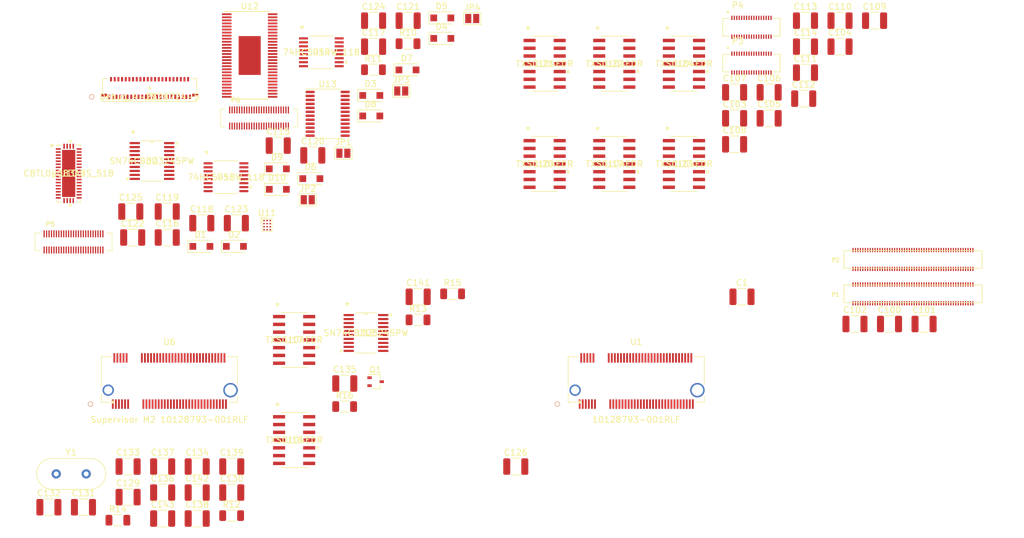
<source format=kicad_pcb>
(kicad_pcb (version 20211014) (generator pcbnew)
  (layers (0 "F.Cu" signal) (31 "B.Cu" signal) (34 "B.Paste" user) (35 "F.Paste" user) (36 "B.SilkS" user "B.Silkscreen") (37 "F.SilkS" user "F.Silkscreen") (38 "B.Mask" user) (39 "F.Mask" user) (44 "Edge.Cuts" user))
  (net 0 "")
  (net 1 "+3.3V")
  (net 2 "GND")
  (net 3 "Net-(P1-Pad62)")
  (net 4 "Net-(P1-Pad55)")
  (net 5 "+1V8")
  (net 6 "Net-(C116-Pad2)")
  (net 7 "/Expander, M.2 and T-USB/M.2 Key B connector/PCIE_CLGEN_X2")
  (net 8 "Net-(C135-Pad1)")
  (net 9 "/Expander, M.2 and T-USB/M.2 Key B connector/PCIE_CLGEN_X1")
  (net 10 "+VDC")
  (net 11 "Net-(P6-Pad48)")
  (net 12 "Net-(P6-Pad45)")
  (net 13 "Net-(P6-Pad42)")
  (net 14 "Net-(P6-Pad39)")
  (net 15 "Net-(P6-Pad36)")
  (net 16 "Net-(P6-Pad26)")
  (net 17 "Net-(P6-Pad1)")
  (net 18 "Net-(P5-Pad15)")
  (net 19 "Net-(P5-Pad1)")
  (net 20 "Net-(P5-Pad26)")
  (net 27 "/Expander, M.2 and T-USB/SJTAG_TDI")
  (net 28 "/Expander, M.2 and T-USB/SJTAG_TMS")
  (net 29 "/Expander, M.2 and T-USB/SJTAG_TCK")
  (net 31 "/Expander, M.2 and T-USB/SJTAG_TDO")
  (net 32 "/Expander, M.2 and T-USB/SYS_RST_PMIC")
  (net 33 "/Expander, M.2 and T-USB/PWRBTN")
  (net 35 "/Expander, M.2 and T-USB/ALT_BOOT")
  (net 49 "/Expander, M.2 and T-USB/LEFT_ATT_XSHUT")
  (net 50 "/Expander, M.2 and T-USB/LEFT_RESET")
  (net 51 "/Expander, M.2 and T-USB/LEFT_PWRDN")
  (net 55 "/Expander, M.2 and T-USB/RIGHT_ATT_XSHUT")
  (net 56 "/Expander, M.2 and T-USB/RIGHT_RESET")
  (net 57 "/Expander, M.2 and T-USB/RIGHT_PWRDN")
  (net 58 "/Expander, M.2 and T-USB/SYS_I2C_SCL")
  (net 59 "/Expander, M.2 and T-USB/SYS_I2C_SDA")
  (net 60 "/Expander, M.2 and T-USB/STEM_I2C_SCL")
  (net 61 "/Expander, M.2 and T-USB/STEM_I2C_SDA")
  (net 63 "/Expander, M.2 and T-USB/FACE_TDO")
  (net 65 "/Expander, M.2 and T-USB/FACE_TDI")
  (net 66 "/Expander, M.2 and T-USB/FACE_TMS")
  (net 67 "/Expander, M.2 and T-USB/FACE_TCK")
  (net 69 "/SYS_RST_PMIC")
  (net 70 "/USB2_DP")
  (net 71 "/USB2_DN")
  (net 72 "/USB1_RX_P")
  (net 73 "/USB2_RX_P")
  (net 74 "/USB1_RX_N")
  (net 75 "/USB2_RX_N")
  (net 76 "/USB1_DP")
  (net 77 "/USB2_TX_P")
  (net 78 "/USB1_DN")
  (net 79 "/USB2_TX_N")
  (net 80 "/USB1_TX_P")
  (net 82 "/USB1_TX_N")
  (net 83 "/UART1_RXD")
  (net 85 "/P1_HDMI_TXCP")
  (net 87 "/P1_HDMI_TXCN")
  (net 88 "/P1_SAI5_RXD3")
  (net 89 "/P1_SAI5_RXD0")
  (net 90 "/P1_HDMI_TX0P")
  (net 91 "/P1_SAI5_MCLK")
  (net 92 "/P1_HDMI_TX0N")
  (net 93 "/P1_SAI5_RXC")
  (net 95 "/P1_SAI5_RXFS")
  (net 96 "/P1_EARC_N_HPD")
  (net 97 "/P1_SAI5_RXD2")
  (net 98 "/P1_EARC_P_UTIL")
  (net 99 "/P1_SAI5_RXD1")
  (net 100 "/P1_HDMI_TX1P")
  (net 101 "/P1_HDMI_TX1N")
  (net 102 "/LVDS_D0+")
  (net 103 "/LVDS_D0-")
  (net 104 "/P1_HDMI_TX2P")
  (net 105 "/LVDS_D1+")
  (net 106 "/P1_HDMI_TX2N")
  (net 107 "/LVDS_D1-")
  (net 109 "/LVDS_D2+")
  (net 110 "/CAN1_RX")
  (net 111 "/LVDS_D2-")
  (net 112 "/CAN1_TX")
  (net 113 "/LVDS_D3+")
  (net 114 "/LVDS_D3-")
  (net 115 "/SOUND_INT")
  (net 116 "/SYS_EX_nINT")
  (net 117 "/UART1_TXD")
  (net 118 "/P1_HDMI_SDA")
  (net 119 "/JTAG_TMS")
  (net 120 "/PMIC_STBY_REQ")
  (net 121 "/JTAG_TDO")
  (net 122 "/PMIC_ON_REQ")
  (net 123 "/HDMI_DDC_SCL")
  (net 124 "/JTAG_TDI")
  (net 125 "/JTAG_TCK")
  (net 126 "/JTAG_MOD")
  (net 129 "/LVDS_CLK+")
  (net 131 "/LVDS_CLK-")
  (net 132 "/P1_HDMI_CEC")
  (net 133 "/NIGHT_I2C_SCL")
  (net 134 "/NIGHT_I2C_SDA")
  (net 135 "/ALT_BOOT")
  (net 136 "/STEM_I2C_SDA")
  (net 137 "/HDMI_HPD")
  (net 138 "/VCC_RTC")
  (net 139 "/STEM_I2C_SCL")
  (net 141 "/I2C5_SDA")
  (net 142 "/SYS_I2C_SDA")
  (net 143 "/STEM_INT")
  (net 144 "/SYS_I2C_SCL")
  (net 145 "/I2C5_SCL")
  (net 147 "/CSI1_CLK_N")
  (net 149 "/CSI1_CLK_P")
  (net 151 "/CSI1_D0_N")
  (net 153 "/CSI1_D0_P")
  (net 155 "/CSI2_CLK_N")
  (net 157 "/CSI2_CLK_P")
  (net 160 "/CSI2_D0_N")
  (net 161 "/CSI2_D0_P")
  (net 164 "/CSI2_D1_N")
  (net 165 "/P2_CSI1_D2_N")
  (net 166 "/CSI2_D1_P")
  (net 167 "/P2_CSI1_D2_P")
  (net 168 "/PCIE_RXN-")
  (net 169 "/P2_CSI1_D1_N")
  (net 170 "/PCIE_RXN+")
  (net 171 "/P2_CSI1_D1_P")
  (net 172 "/P2_CSI1_D3_N")
  (net 173 "/PCIE_TXN-")
  (net 174 "/P2_CSI1_D3_P")
  (net 175 "/PCIE_TXN+")
  (net 176 "/SD1_DATA2")
  (net 177 "/PCIE_REF_CLK+")
  (net 178 "/SD1_DATA3")
  (net 179 "/PCIE_REF_CLK-")
  (net 180 "/OE_SOUND")
  (net 181 "/OE_CAM")
  (net 182 "/CSI2_D2_N")
  (net 183 "/SPARE2_20")
  (net 184 "/CSI2_D2_P")
  (net 185 "/SD2_nRST")
  (net 186 "/PCIE_WAKE_B")
  (net 187 "/P2_SAI5_TXFS")
  (net 188 "/P2_SAI5_TXC")
  (net 189 "/CSI2_D3_N")
  (net 190 "/CSI2_D3_P")
  (net 191 "/SD1_DATA1")
  (net 192 "/SAI5_TX_DATA0")
  (net 193 "/SD1_DATA0")
  (net 194 "/SD1_RESET_B")
  (net 195 "/P2_SAI5_DATA2")
  (net 196 "/PWRBTN")
  (net 197 "/P2_SAI5_DATA3")
  (net 198 "/POR_B_3P3")
  (net 199 "/MCU_SYS_INT")
  (net 200 "/SD1_CLK")
  (net 201 "/SYS_PRG#")
  (net 202 "/SD1_CMD")
  (net 203 "/ETH0_MDI0N")
  (net 204 "/ETH0_MDI0P")
  (net 205 "/ETH0_LED_1000")
  (net 206 "/SAI5_TX_DATA1")
  (net 207 "/ENET_TD2_BYPASS")
  (net 208 "/ETH0_MDI1P")
  (net 209 "/ETH0_MDI2P")
  (net 210 "/ETH0_MDI1N")
  (net 211 "/ETH0_MDI2N")
  (net 212 "/ETH0_LED_ACT")
  (net 213 "/ETH0_MDI3P")
  (net 214 "/ETH0_MDI3N")
  (net 215 "/ETH0_LINK_LED")
  (net 216 "/COEX")
  (net 217 "/SPI2_MISO")
  (net 218 "/M2_PCIE_CLKREQ")
  (net 219 "/SPI2_SS0")
  (net 220 "/SD2_nCD")
  (net 221 "/SPI2_CLK")
  (net 222 "/SD2_DATA2")
  (net 223 "/SPI2_MOSI")
  (net 224 "/SD2_CLK")
  (net 225 "/SD2_DATA0")
  (net 226 "/SD2_DATA3")
  (net 227 "/SD2_DATA1")
  (net 228 "/SD2_CMD")
  (net 230 "+2V8")
  (net 235 "Net-(P3-Pad9)")
  (net 236 "Net-(P3-Pad10)")
  (net 238 "Net-(P3-Pad12)")
  (net 239 "Net-(P3-Pad13)")
  (net 240 "/Camera + Sound Domain/I2S_1V8_RXC")
  (net 241 "/Camera + Sound Domain/I2S_1V8_RXFS")
  (net 242 "/Camera + Sound Domain/I2S_1V8_RXD1")
  (net 244 "/Camera + Sound Domain/CSI1_CLK_N")
  (net 245 "/Camera + Sound Domain/CSI1_CLK_P")
  (net 246 "/Camera + Sound Domain/CSI1_D2_N")
  (net 247 "/Camera + Sound Domain/CSI1_D2_P")
  (net 248 "/Camera + Sound Domain/CSI1_D1_N")
  (net 249 "/Camera + Sound Domain/CSI1_D1_P")
  (net 250 "/Camera + Sound Domain/CSI1_D0_N")
  (net 251 "/Camera + Sound Domain/CSI1_D0_P")
  (net 254 "Net-(P3-Pad32)")
  (net 255 "Net-(P3-Pad33)")
  (net 261 "Net-(P4-Pad9)")
  (net 262 "Net-(P4-Pad10)")
  (net 264 "Net-(P4-Pad12)")
  (net 265 "Net-(P4-Pad13)")
  (net 267 "/Camera + Sound Domain/CSI2_CLK_N")
  (net 268 "/Camera + Sound Domain/CSI2_CLK_P")
  (net 269 "/Camera + Sound Domain/CSI2_D2_N")
  (net 270 "/Camera + Sound Domain/CSI2_D2_P")
  (net 271 "/Camera + Sound Domain/CSI2_D1_N")
  (net 272 "/Camera + Sound Domain/CSI2_D1_P")
  (net 273 "/Camera + Sound Domain/CSI2_D0_N")
  (net 274 "/Camera + Sound Domain/CSI2_D0_P")
  (net 277 "Net-(P4-Pad32)")
  (net 278 "Net-(P4-Pad33)")
  (net 279 "/Expander, M.2 and T-USB/USB1_DP")
  (net 280 "/Expander, M.2 and T-USB/USB1_DN")
  (net 281 "Net-(P5-Pad6)")
  (net 282 "Net-(P5-Pad7)")
  (net 286 "/Expander, M.2 and T-USB/MCU_SYS_INT")
  (net 287 "/Expander, M.2 and T-USB/POR_B_3P3")
  (net 288 "/Expander, M.2 and T-USB/PMIC_ON_REQ")
  (net 289 "/Expander, M.2 and T-USB/PMIC_STBY_REQ")
  (net 290 "/Expander, M.2 and T-USB/VCC_RTC")
  (net 297 "/Expander, M.2 and T-USB/SPI2_MOSI")
  (net 298 "/Expander, M.2 and T-USB/SPI2_MISO")
  (net 299 "/Expander, M.2 and T-USB/SPI2_CLK")
  (net 300 "/Expander, M.2 and T-USB/T-USB_SPI_CS")
  (net 302 "/Expander, M.2 and T-USB/NIGHT_I2C_SDA")
  (net 303 "/Expander, M.2 and T-USB/NIGHT_I2C_SCL")
  (net 308 "/Expander, M.2 and T-USB/UART4_TXD")
  (net 309 "/Expander, M.2 and T-USB/UART4_RXD")
  (net 310 "/Expander, M.2 and T-USB/UART3_RXD")
  (net 311 "/Expander, M.2 and T-USB/UART3_TXD")
  (net 312 "/Expander, M.2 and T-USB/UART2_RXD")
  (net 313 "/Expander, M.2 and T-USB/FACE-EX_FW_RXD")
  (net 314 "/Expander, M.2 and T-USB/UART1_TXD")
  (net 316 "/Expander, M.2 and T-USB/USB1_RX_DP")
  (net 317 "/Expander, M.2 and T-USB/USB1_RX_DN")
  (net 318 "/Expander, M.2 and T-USB/USB1_TX_DP")
  (net 319 "/Expander, M.2 and T-USB/USB1_TX_DN")
  (net 320 "Net-(P6-Pad8)")
  (net 321 "Net-(P6-Pad9)")
  (net 322 "Net-(P6-Pad11)")
  (net 323 "Net-(P6-Pad12)")
  (net 327 "/Expander, M.2 and T-USB/FACE-EX_FW_TXD")
  (net 328 "/Expander, M.2 and T-USB/T_SBWTCK")
  (net 330 "/Expander, M.2 and T-USB/T_SBWTDIO")
  (net 333 "/Expander, M.2 and T-USB/T-USB-EX_FW_TXD")
  (net 334 "/Expander, M.2 and T-USB/T-USB-EX_FW_RXD")
  (net 337 "/Expander, M.2 and T-USB/CAN_TX")
  (net 338 "/Expander, M.2 and T-USB/CAN_RX")
  (net 341 "/Expander, M.2 and T-USB/LVD3-")
  (net 342 "/Expander, M.2 and T-USB/LVD3+")
  (net 343 "/Expander, M.2 and T-USB/LVD2-")
  (net 344 "/Expander, M.2 and T-USB/LVD2+")
  (net 345 "/Expander, M.2 and T-USB/LVD1-")
  (net 346 "/Expander, M.2 and T-USB/LVD1+")
  (net 347 "/Expander, M.2 and T-USB/LVD0-")
  (net 348 "/Expander, M.2 and T-USB/LVD0+")
  (net 349 "/Expander, M.2 and T-USB/LVCLK-")
  (net 350 "/Expander, M.2 and T-USB/LVCLK+")
  (net 351 "Net-(Q1-Pad1)")
  (net 352 "/Expander, M.2 and T-USB/SYS_EX_nINT")
  (net 353 "Net-(U10-Pad19)")
  (net 354 "Net-(R12-Pad1)")
  (net 355 "/Expander, M.2 and T-USB/M.2 Key B connector/B_PWROFF")
  (net 356 "/Expander, M.2 and T-USB/M.2 Key B connector/B_RESET")
  (net 412 "/Expander, M.2 and T-USB/F_SBWTCK")
  (net 413 "/Expander, M.2 and T-USB/F_SBWTDIO")
  (net 414 "/Expander, M.2 and T-USB/F_EX_FW_RXD")
  (net 415 "/Expander, M.2 and T-USB/F_EX_FW_TXD")
  (net 416 "/Expander, M.2 and T-USB/T_EX_FW_RXD")
  (net 417 "/Expander, M.2 and T-USB/T_EX_FW_TXD")
  (net 418 "/Expander, M.2 and T-USB/SYS_PRG#")
  (net 419 "/Expander, M.2 and T-USB/M.2 Key B connector/CONFIG_3")
  (net 421 "/Expander, M.2 and T-USB/M.2 Key B connector/B_USB_D+")
  (net 422 "/Expander, M.2 and T-USB/M.2 Key B connector/B_USB_D-")
  (net 423 "/Expander, M.2 and T-USB/M.2 Key B connector/I2S_1V8_TXC")
  (net 425 "/Expander, M.2 and T-USB/M.2 Key B connector/I2S_1V8_TXFS")
  (net 426 "/Expander, M.2 and T-USB/M.2 Key B connector/CONFIG_0")
  (net 427 "/Expander, M.2 and T-USB/M.2 Key B connector/I2S_1V8_TXD0")
  (net 429 "/Expander, M.2 and T-USB/M.2 Key B connector/I2S_1V8_RXFS")
  (net 432 "/Expander, M.2 and T-USB/M.2 Key B connector/I2S_1V8_RXD0")
  (net 433 "/Expander, M.2 and T-USB/M.2 Key B connector/B_USB3.1_Rx-")
  (net 435 "/Expander, M.2 and T-USB/M.2 Key B connector/B_USB3.1_Rx+")
  (net 438 "/Expander, M.2 and T-USB/M.2 Key B connector/B_USB3.1_Tx-")
  (net 440 "/Expander, M.2 and T-USB/M.2 Key B connector/B_USB3.1_Tx+")
  (net 442 "Net-(U17-Pad10)")
  (net 443 "/Expander, M.2 and T-USB/M.2 Key B connector/PCIE_RXN-")
  (net 444 "Net-(U17-Pad11)")
  (net 445 "/Expander, M.2 and T-USB/M.2 Key B connector/PCIE_RXN+")
  (net 446 "Net-(U17-Pad12)")
  (net 447 "Net-(U17-Pad13)")
  (net 448 "/Expander, M.2 and T-USB/M.2 Key B connector/PCIE_TXN-")
  (net 449 "Net-(U16-Pad10)")
  (net 450 "/Expander, M.2 and T-USB/M.2 Key B connector/PCIE_TXN+")
  (net 451 "/Expander, M.2 and T-USB/M.2 Key B connector/B_PERST")
  (net 452 "/Expander, M.2 and T-USB/M.2 Key B connector/PCIE_CLKREQ_B")
  (net 453 "/Expander, M.2 and T-USB/M.2 Key B connector/PCIE_REF_CLK-")
  (net 454 "/Expander, M.2 and T-USB/M.2 Key B connector/PCIE_WAKE_B")
  (net 455 "/Expander, M.2 and T-USB/M.2 Key B connector/PCIE_REF_CLK+")
  (net 456 "Net-(U18-Pad11)")
  (net 457 "Net-(U18-Pad12)")
  (net 458 "Net-(U18-Pad18)")
  (net 459 "Net-(U16-Pad11)")
  (net 460 "Net-(U18-Pad17)")
  (net 461 "Net-(U16-Pad12)")
  (net 462 "Net-(U18-Pad16)")
  (net 463 "Net-(U16-Pad13)")
  (net 464 "Net-(U18-Pad15)")
  (net 465 "Net-(U18-Pad13)")
  (net 466 "Net-(U18-Pad14)")
  (net 467 "/Expander, M.2 and T-USB/M.2 Key B connector/CONFIG_1")
  (net 470 "/Expander, M.2 and T-USB/M.2 Key B connector/CONFIG_2")
  (net 471 "/Expander, M.2 and T-USB/USB2_RX_DP")
  (net 472 "/Expander, M.2 and T-USB/USB2_RX_DN")
  (net 473 "/Expander, M.2 and T-USB/USB2_TX_DP")
  (net 474 "/Expander, M.2 and T-USB/USB2_TX_DN")
  (net 475 "/Expander, M.2 and T-USB/M2B_USB_MUX")
  (net 490 "/Expander, M.2 and T-USB/B_USB2_TX_DN")
  (net 491 "/Expander, M.2 and T-USB/B_USB2_TX_DP")
  (net 492 "/Expander, M.2 and T-USB/B_USB2_RX_DN")
  (net 493 "/Expander, M.2 and T-USB/B_USB2_RX_DP")
  (net 494 "Net-(U11-PadA1)")
  (net 495 "/Expander, M.2 and T-USB/USB2_DP")
  (net 496 "/Expander, M.2 and T-USB/USB2_DN")
  (net 497 "/Expander, M.2 and T-USB/B_USB_D+")
  (net 498 "/Expander, M.2 and T-USB/B_USB_D-")
  (net 516 "/Expander, M.2 and T-USB/SPI2_SS0")
  (net 517 "/Expander, M.2 and T-USB/SD2_nCD")
  (net 519 "/Expander, M.2 and T-USB/IMU_INTA")
  (net 520 "/Expander, M.2 and T-USB/IMU_INTM")
  (net 521 "/Expander, M.2 and T-USB/B_RESET")
  (net 522 "/Expander, M.2 and T-USB/B_PWROFF")
  (net 523 "/Expander, M.2 and T-USB/GNSS_IRQ_3V3")
  (net 524 "/Expander, M.2 and T-USB/CONFIG_3")
  (net 525 "/Expander, M.2 and T-USB/CONFIG_2")
  (net 526 "/Expander, M.2 and T-USB/CONFIG_1")
  (net 529 "Net-(U12-Pad51)")
  (net 530 "Net-(U12-Pad52)")
  (net 531 "Net-(U12-Pad53)")
  (net 532 "Net-(U12-Pad54)")
  (net 533 "Net-(U12-Pad55)")
  (net 537 "/Expander, M.2 and T-USB/B_PERST")
  (net 542 "/Expander, M.2 and T-USB/LVDS_DISP_RESET")
  (net 543 "/Expander, M.2 and T-USB/LVDS_TOUCH_RESET")
  (net 544 "/Expander, M.2 and T-USB/LEFT_ATT_INT")
  (net 545 "/Expander, M.2 and T-USB/RIGHT_ATT_INT")
  (net 547 "Net-(U14-Pad9)")
  (net 549 "/Expander, M.2 and T-USB/B_OE_STEM")
  (net 550 "/Expander, M.2 and T-USB/B_OE_SDIO")
  (net 551 "/Expander, M.2 and T-USB/B_OE_UART")
  (net 552 "/Expander, M.2 and T-USB/LED_SHUTDOWN")
  (net 555 "/Expander, M.2 and T-USB/M.2 Key B connector/M2B_UART_RXD")
  (net 556 "/Expander, M.2 and T-USB/M.2 Key B connector/M2B_UART_TXD")
  (net 557 "/Expander, M.2 and T-USB/M.2 Key B connector/COEX")
  (net 560 "/Expander, M.2 and T-USB/M.2 Key B connector/B_OE_UART")
  (net 563 "/Expander, M.2 and T-USB/M.2 Key B connector/GNSS_IRQ_3V3")
  (net 564 "/Expander, M.2 and T-USB/M.2 Key B connector/STEM_I2C_SDA")
  (net 565 "/Expander, M.2 and T-USB/M.2 Key B connector/STEM_I2C_SCL")
  (net 567 "/Expander, M.2 and T-USB/M.2 Key B connector/B_OE_STEM")
  (net 570 "/Expander, M.2 and T-USB/M.2 Key B connector/B_SD_DATA0")
  (net 571 "/Expander, M.2 and T-USB/M.2 Key B connector/B_SD_DATA1")
  (net 572 "/Expander, M.2 and T-USB/M.2 Key B connector/B_SD_DATA2")
  (net 573 "/Expander, M.2 and T-USB/M.2 Key B connector/B_SD_DATA3")
  (net 574 "/Expander, M.2 and T-USB/M.2 Key B connector/B_SD_CLK")
  (net 575 "/Expander, M.2 and T-USB/M.2 Key B connector/B_SD_CMD")
  (net 576 "/Expander, M.2 and T-USB/M.2 Key B connector/SYS_I2C_SCL")
  (net 577 "/Expander, M.2 and T-USB/M.2 Key B connector/SYS_I2C_SDA")
  (net 578 "/Expander, M.2 and T-USB/M.2 Key B connector/B_OE_SDIO")
  (net 579 "/Camera + Sound Domain/SAI5_RX_DATA3")
  (net 580 "/Camera + Sound Domain/SAI5_RX_DATA0")
  (net 581 "/Camera + Sound Domain/SAI5_RX_SYNC")
  (net 582 "/Camera + Sound Domain/SAI5_RXC")
  (net 584 "/Camera + Sound Domain/OE_SOUND")
  (net 586 "/Camera + Sound Domain/I2S_1V8_RXD3")
  (net 587 "/Camera + Sound Domain/SAI5_TX_DATA3")
  (net 588 "/Camera + Sound Domain/SAI5_TX_DATA1")
  (net 589 "/Camera + Sound Domain/SAI5_TX_SYNC")
  (net 590 "/Camera + Sound Domain/SAI5_TXC")
  (net 593 "/Camera + Sound Domain/I2S_1V8_TXC")
  (net 594 "/Camera + Sound Domain/I2S_1V8_TXFS")
  (net 595 "/Camera + Sound Domain/I2S_1V8_TXD1")
  (net 596 "/Camera + Sound Domain/I2S_1V8_TXD3")
  (net 597 "/Camera + Sound Domain/SOUND_INT")
  (net 598 "/Camera + Sound Domain/SAI5_MCLK")
  (net 599 "/Camera + Sound Domain/SAI5_TX_DATA0")
  (net 602 "/Camera + Sound Domain/I2S_1V8_TXD0")
  (net 603 "/Camera + Sound Domain/I2S_1V8_RXD0")
  (net 604 "/Camera + Sound Domain/I2S_1V8_MCLK")
  (net 606 "/Camera + Sound Domain/RIGHT_PWRDN")
  (net 607 "/Camera + Sound Domain/RIGHT_RESET")
  (net 608 "/Camera + Sound Domain/RIGHT_ATT_XSHUT")
  (net 609 "/Camera + Sound Domain/RIGHT_ATT_INT")
  (net 611 "/Camera + Sound Domain/OE_CAM")
  (net 613 "/Camera + Sound Domain/RIGHT_SDA")
  (net 614 "/Camera + Sound Domain/RIGHT_SCL")
  (net 615 "/Camera + Sound Domain/LEFT_SDA")
  (net 616 "/Camera + Sound Domain/LEFT_SCL")
  (net 619 "/Camera + Sound Domain/LEFT_PWRDN")
  (net 620 "/Camera + Sound Domain/LEFT_RESET")
  (net 621 "/Camera + Sound Domain/LEFT_ATT_XSHUT")
  (net 622 "/Camera + Sound Domain/LEFT_ATT_INT")
  (footprint "Ziloo:TXS0104EDR" (layer "F.Cu") (at 163.3098 88.771632)
    (fp_text reference "U20")
    (fp_text value "TXS0104EDR")
  )
  (footprint "Ziloo:TXS0104EDR" (layer "F.Cu") (at 122.3498 133.921632)
    (fp_text reference "U16")
    (fp_text value "TXS0104EDR")
  )
  (footprint "Capacitor_SMD:C_1210_3225Metric" (layer "F.Cu") (at 135.34 69.59)
    (fp_text reference "C117")
    (fp_text value "100nF")
  )
  (footprint "Jumper:SolderJumper-2_P1.3mm_Open_Pad1.0x1.5mm" (layer "F.Cu") (at 151.47 64.99)
    (fp_text reference "JP4")
    (fp_text value "SYS_SCL")
  )
  (footprint "Diode_SMD:D_SOD-123F" (layer "F.Cu") (at 140.885 73.39)
    (fp_text reference "D7")
    (fp_text value "D_Schottky")
  )
  (footprint "Diode_SMD:D_SOD-123F" (layer "F.Cu") (at 107.185 102.25)
    (fp_text reference "D1")
    (fp_text value "D_Schottky")
  )
  (footprint "Ziloo:TSSOP-16" (layer "F.Cu") (at 126.797 70.5087)
    (fp_text reference "U14")
    (fp_text value "74HC595PW_118")
  )
  (footprint "Capacitor_SMD:C_1210_3225Metric" (layer "F.Cu") (at 200.02 81.31)
    (fp_text reference "C105")
    (fp_text value "100nF")
  )
  (footprint "Package_BGA:Texas_DSBGA-12_1.36x1.86mm_Layout3x4_P0.5mm" (layer "F.Cu") (at 117.93 98.78)
    (fp_text reference "U11")
    (fp_text value "TS5USBC410YFFR")
  )
  (footprint "Diode_SMD:D_SOD-123F" (layer "F.Cu") (at 112.665 102.25)
    (fp_text reference "D2")
    (fp_text value "D_Schottky")
  )
  (footprint "Resistor_SMD:R_1206_3216Metric" (layer "F.Cu") (at 142.61 114.26)
    (fp_text reference "R13")
    (fp_text value "1k")
  )
  (footprint "Ziloo:TXS0104EDR" (layer "F.Cu") (at 186.0898 72.391632)
    (fp_text reference "U24")
    (fp_text value "TXS0104EDR")
  )
  (footprint "Resistor_SMD:R_1206_3216Metric" (layer "F.Cu") (at 135.32 73.36)
    (fp_text reference "R11")
    (fp_text value "R")
  )
  (footprint "Ziloo:TSSOP-16" (layer "F.Cu") (at 111.207 90.9387)
    (fp_text reference "U15")
    (fp_text value "74HC595PW_118")
  )
  (footprint "Jumper:SolderJumper-2_P1.3mm_Open_Pad1.0x1.5mm" (layer "F.Cu") (at 130.4 87.02)
    (fp_text reference "JP1")
    (fp_text value "TDO")
  )
  (footprint "Ziloo:10128793-001RLF" (layer "F.Cu") (at 92.701102 128.0347)
    (fp_text reference "U6")
    (fp_text value "Supervisor M2 10128793-001RLF")
  )
  (footprint "Ziloo:HIROSE_DF40C-34DS-0.4V(51)" (layer "F.Cu") (at 197.12 66.415)
    (fp_text reference "P4")
    (fp_text value "201-SOCKET-34DS-0.4V(51)")
  )
  (footprint "Package_TO_SOT_SMD:SOT-323_SC-70" (layer "F.Cu") (at 135.68 124.37)
    (fp_text reference "Q1")
    (fp_text value "2SC4213")
  )
  (footprint "Capacitor_SMD:C_1210_3225Metric" (layer "F.Cu") (at 107.25 98.45)
    (fp_text reference "C118")
    (fp_text value "100nF")
  )
  (footprint "Ziloo:TXS0104EDR" (layer "F.Cu") (at 163.3098 72.391632)
    (fp_text reference "U21")
    (fp_text value "TXS0104EDR")
  )
  (footprint "Capacitor_SMD:C_1210_3225Metric" (layer "F.Cu") (at 119.75 85.77)
    (fp_text reference "C115")
    (fp_text value "100nF")
  )
  (footprint "Ziloo:10128793-001RLF" (layer "F.Cu") (at 169.041102 128.0347)
    (fp_text reference "U1")
    (fp_text value "10128793-001RLF")
  )
  (footprint "Diode_SMD:D_SOD-123F" (layer "F.Cu") (at 134.965 80.92)
    (fp_text reference "D8")
    (fp_text value "D_Schottky")
  )
  (footprint "Resistor_SMD:R_1206_3216Metric" (layer "F.Cu") (at 130.61 128.44)
    (fp_text reference "R16")
    (fp_text value "4.7K")
  )
  (footprint "Package_SO:TSSOP-24_4.4x7.8mm_P0.65mm" (layer "F.Cu") (at 127.83 80.57)
    (fp_text reference "U13")
    (fp_text value "PCA9555PW")
  )
  (footprint "Capacitor_SMD:C_1210_3225Metric" (layer "F.Cu") (at 100.85 146.75)
    (fp_text reference "C143")
    (fp_text value "27pF")
  )
  (footprint "Jumper:SolderJumper-2_P1.3mm_Open_Pad1.0x1.5mm" (layer "F.Cu") (at 124.58 94.62)
    (fp_text reference "JP2")
    (fp_text value "TDI")
  )
  (footprint "Capacitor_SMD:C_1210_3225Metric" (layer "F.Cu") (at 106.5 138.25)
    (fp_text reference "C134")
    (fp_text value "100nF")
  )
  (footprint "Ziloo:CBTL04083ABS_518" (layer "F.Cu") (at 85.4868 90.32)
    (fp_text reference "U10")
    (fp_text value "CBTL04083ABS_518")
  )
  (footprint "Ziloo:HRS_DF40C-100DS-0.4V(51)" (layer "F.Cu") (at 223.5385 110.0085)
    (fp_text reference "P1")
    (fp_text value "UCM-P1-100DS-0.4V")
  )
  (footprint "Diode_SMD:D_SOD-123F" (layer "F.Cu") (at 119.685 89.57)
    (fp_text reference "D9")
    (fp_text value "D_Schottky")
  )
  (footprint "Capacitor_SMD:C_1210_3225Metric" (layer "F.Cu") (at 100.85 142.5)
    (fp_text reference "C136")
    (fp_text value "10uF")
  )
  (footprint "Capacitor_SMD:C_1210_3225Metric" (layer "F.Cu") (at 140.99 65.34)
    (fp_text reference "C121")
    (fp_text value "1uF")
  )
  (footprint "Resistor_SMD:R_1206_3216Metric" (layer "F.Cu") (at 112.13 146.27)
    (fp_text reference "R12")
    (fp_text value "10k")
  )
  (footprint "Capacitor_SMD:C_1210_3225Metric" (layer "F.Cu") (at 194.37 81.31)
    (fp_text reference "C103")
    (fp_text value "100nF")
  )
  (footprint "Diode_SMD:D_SOD-123F" (layer "F.Cu") (at 146.575 64.89)
    (fp_text reference "D5")
    (fp_text value "D_Schottky")
  )
  (footprint "Capacitor_SMD:C_1210_3225Metric" (layer "F.Cu") (at 112.9 98.45)
    (fp_text reference "C123")
    (fp_text value "100nF")
  )
  (footprint "Capacitor_SMD:C_1210_3225Metric" (layer "F.Cu") (at 195.58 110.49)
    (fp_text reference "C1")
    (fp_text value "CAP")
  )
  (footprint "Capacitor_SMD:C_1210_3225Metric" (layer "F.Cu") (at 106.5 142.5)
    (fp_text reference "C142")
    (fp_text value "100nF")
  )
  (footprint "Capacitor_SMD:C_1210_3225Metric" (layer "F.Cu") (at 219.7 114.94)
    (fp_text reference "C100")
    (fp_text value "10nF")
  )
  (footprint "Ziloo:HIROSE_DF40C-34DS-0.4V(51)" (layer "F.Cu") (at 197.12 72.275)
    (fp_text reference "P3")
    (fp_text value "201-SOCKET-34DS-0.4V(51)")
  )
  (footprint "Capacitor_SMD:C_1210_3225Metric" (layer "F.Cu") (at 101.6 96.55)
    (fp_text reference "C119")
    (fp_text value "100nF")
  )
  (footprint "Ziloo:4-2328724-5" (layer "F.Cu") (at 98.715301 76.693001)
    (fp_text reference "J3")
    (fp_text value "Debug_4-2328724-5")
  )
  (footprint "Capacitor_SMD:C_1210_3225Metric" (layer "F.Cu") (at 112.15 138.25)
    (fp_text reference "C139")
    (fp_text value "100uF")
  )
  (footprint "Ziloo:TXS0104EDR" (layer "F.Cu") (at 174.6998 72.391632)
    (fp_text reference "U22")
    (fp_text value "TXS0104EDR")
  )
  (footprint "Ziloo:SN74CB3Q3245PW" (layer "F.Cu") (at 99.1054 88.288)
    (fp_text reference "U3")
    (fp_text value "SN74CB3Q3245PW")
  )
  (footprint "Package_SO:HTSSOP-56-1EP_6.1x14mm_P0.5mm_EP3.61x6.35mm" (layer "F.Cu") (at 115.08 71.04)
    (fp_text reference "U12")
    (fp_text value "Faceboard_Expander_FR2032IG56")
  )
  (footprint "Capacitor_SMD:C_1210_3225Metric" (layer "F.Cu") (at 87.9 144.9)
    (fp_text reference "C131")
    (fp_text value "100uF")
  )
  (footprint "Capacitor_SMD:C_1210_3225Metric" (layer "F.Cu") (at 217.26 65.34)
    (fp_text reference "C109")
    (fp_text value "100nF")
  )
  (footprint "Diode_SMD:D_SOD-123F" (layer "F.Cu") (at 146.575 68.24)
    (fp_text reference "D4")
    (fp_text value "D_Schottky")
  )
  (footprint "Capacitor_SMD:C_1210_3225Metric" (layer "F.Cu") (at 100.85 138.25)
    (fp_text reference "C137")
    (fp_text value "100uF")
  )
  (footprint "Capacitor_SMD:C_1210_3225Metric" (layer "F.Cu") (at 211.61 65.34)
    (fp_text reference "C110")
    (fp_text value "100nF")
  )
  (footprint "Capacitor_SMD:C_1210_3225Metric" (layer "F.Cu") (at 211.61 69.59)
    (fp_text reference "C104")
    (fp_text value "100nF")
  )
  (footprint "Capacitor_SMD:C_1210_3225Metric" (layer "F.Cu") (at 95.2 138.25)
    (fp_text reference "C133")
    (fp_text value "100nF")
  )
  (footprint "Capacitor_SMD:C_1210_3225Metric" (layer "F.Cu") (at 214.05 114.94)
    (fp_text reference "C102")
    (fp_text value "100nF")
  )
  (footprint "Capacitor_SMD:C_1210_3225Metric" (layer "F.Cu") (at 200.02 77.06)
    (fp_text reference "C106")
    (fp_text value "100nF")
  )
  (footprint "Capacitor_SMD:C_1210_3225Metric" (layer "F.Cu") (at 205.67 78.09)
    (fp_text reference "C112")
    (fp_text value "100nF")
  )
  (footprint "Ziloo:HRS_DF40C-50DS-0.4V(51)" (layer "F.Cu") (at 116.60562 81.255)
    (fp_text reference "P6")
    (fp_text value "T-USB_HIGH-SPEED-50")
  )
  (footprint "Diode_SMD:D_SOD-123F" (layer "F.Cu") (at 125.165 91.17)
    (fp_text reference "D6")
    (fp_text value "D_Schottky")
  )
  (footprint "Diode_SMD:D_SOD-123F" (layer "F.Cu") (at 134.965 77.57)
    (fp_text reference "D3")
    (fp_text value "D_Schottky")
  )
  (footprint "Ziloo:SN74CB3Q3245PW" (layer "F.Cu") (at 134.0954 116.408)
    (fp_text reference "U18")
    (fp_text value "SN74CB3Q3245PW")
  )
  (footprint "Ziloo:TXS0104EDR" (layer "F.Cu") (at 186.0898 88.771632)
    (fp_text reference "U23")
    (fp_text value "TXS0104EDR")
  )
  (footprint "Capacitor_SMD:C_1210_3225Metric" (layer "F.Cu") (at 225.35 114.94)
    (fp_text reference "C101")
    (fp_text value "100nF")
  )
  (footprint "Ziloo:HRS_DF40C-100DS-0.4V(51)" (layer "F.Cu") (at 223.5385 104.3885)
    (fp_text reference "P2")
    (fp_text value "UCM-P2-100DS-0.4V")
  )
  (footprint "Capacitor_SMD:C_1210_3225Metric" (layer "F.Cu") (at 101.6 100.8)
    (fp_text reference "C116")
    (fp_text value "1uF")
  )
  (footprint "Capacitor_SMD:C_1210_3225Metric" (layer "F.Cu") (at 194.37 77.06)
    (fp_text reference "C107")
    (fp_text value "100nF")
  )
  (footprint "Resistor_SMD:R_1206_3216Metric" (layer "F.Cu") (at 140.97 69.11)
    (fp_text reference "R10")
    (fp_text value "10K")
  )
  (footprint "Capacitor_SMD:C_1210_3225Metric" (layer "F.Cu") (at 205.96 65.34)
    (fp_text reference "C113")
    (fp_text value "100nF")
  )
  (footprint "Ziloo:HRS_DF40C-50DS-0.4V(51)" (layer "F.Cu") (at 86.27562 101.515)
    (fp_text reference "P5")
    (fp_text value "T-USB_PWRCTL-50")
  )
  (footprint "Resistor_SMD:R_1206_3216Metric" (layer "F.Cu") (at 93.53 147.02)
    (fp_text reference "R14")
    (fp_text value "100K")
  )
  (footprint "Capacitor_SMD:C_1210_3225Metric" (layer "F.Cu") (at 142.63 110.49)
    (fp_text reference "C141")
    (fp_text value "100nF")
  )
  (footprint "Capacitor_SMD:C_1210_3225Metric" (layer "F.Cu") (at 135.34 65.34)
    (fp_text reference "C124")
    (fp_text value "100nF")
  )
  (footprint "Ziloo:TXS0104EDR" (layer "F.Cu") (at 174.6998 88.771632)
    (fp_text reference "U19")
    (fp_text value "TXS0104EDR")
  )
  (footprint "Capacitor_SMD:C_1210_3225Metric" (layer "F.Cu") (at 205.96 73.84)
    (fp_text reference "C111")
    (fp_text value "100nF")
  )
  (footprint "Ziloo:TXS0104EDR" (layer "F.Cu") (at 122.3498 117.541632)
    (fp_text reference "U17")
    (fp_text value "TXS0104EDR")
  )
  (footprint "Resistor_SMD:R_1206_3216Metric" (layer "F.Cu") (at 148.26 110.01)
    (fp_text reference "R15")
    (fp_text value "4.7K")
  )
  (footprint "Capacitor_SMD:C_1210_3225Metric" (layer "F.Cu") (at 194.37 85.56)
    (fp_text reference "C108")
    (fp_text value "100nF")
  )
  (footprint "Capacitor_SMD:C_1210_3225Metric" (layer "F.Cu") (at 125.4 87.37)
    (fp_text reference "C120")
    (fp_text value "100nF")
  )
  (footprint "Capacitor_SMD:C_1210_3225Metric" (layer "F.Cu") (at 95.95 100.8)
    (fp_text reference "C122")
    (fp_text value "100nF")
  )
  (footprint "Capacitor_SMD:C_1210_3225Metric" (layer "F.Cu") (at 158.59 138.25)
    (fp_text reference "C126")
    (fp_text value "CAP")
  )
  (footprint "Capacitor_SMD:C_1210_3225Metric" (layer "F.Cu") (at 112.15 142.5)
    (fp_text reference "C130")
    (fp_text value "100uF")
  )
  (footprint "Capacitor_SMD:C_1210_3225Metric" (layer "F.Cu") (at 106.5 146.75)
    (fp_text reference "C138")
    (fp_text value "100uF")
  )
  (footprint "Diode_SMD:D_SOD-123F" (layer "F.Cu") (at 119.685 92.92)
    (fp_text reference "D10")
    (fp_text value "D_Schottky")
  )
  (footprint "Capacitor_SMD:C_1210_3225Metric" (layer "F.Cu") (at 95.64 96.55)
    (fp_text reference "C125")
    (fp_text value "100nF")
  )
  (footprint "Capacitor_SMD:C_1210_3225Metric" (layer "F.Cu") (at 95.2 143.25)
    (fp_text reference "C129")
    (fp_text value "27pF")
  )
  (footprint "Capacitor_SMD:C_1210_3225Metric" (layer "F.Cu") (at 205.96 69.59)
    (fp_text reference "C114")
    (fp_text value "100nF")
  )
  (footprint "Capacitor_SMD:C_1210_3225Metric" (layer "F.Cu") (at 130.63 124.67)
    (fp_text reference "C135")
    (fp_text value "100pF")
  )
  (footprint "Crystal:Crystal_HC18-U_Vertical" (layer "F.Cu") (at 83.45 139.45)
    (fp_text reference "Y1")
    (fp_text value "25.000MHz")
  )
  (footprint "Jumper:SolderJumper-2_P1.3mm_Open_Pad1.0x1.5mm" (layer "F.Cu") (at 139.86 76.84)
    (fp_text reference "JP3")
    (fp_text value "SYS_SDA")
  )
  (footprint "Capacitor_SMD:C_1210_3225Metric" (layer "F.Cu") (at 82.25 144.9)
    (fp_text reference "C132")
    (fp_text value "10uF")
  )
)
</source>
